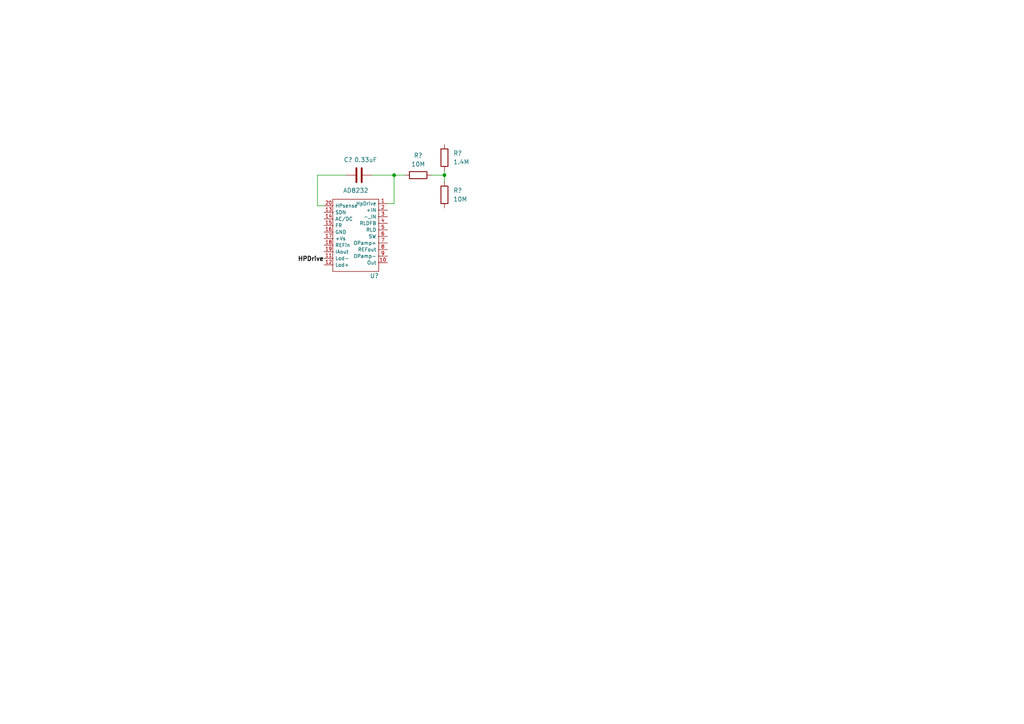
<source format=kicad_sch>
(kicad_sch (version 20211123) (generator eeschema)
  (paper "A4")
  (lib_symbols
    (symbol "Amplifiers:AD8232"
      (property "Reference" "U" (at 3.81 -19.685 0))
      (property "Value" "AD8232" (at 0 4.445 0))
      (symbol "AD8232_0_0"
        (pin passive line (at 6.985 1.905 180) (length 2.7) (name "HpDrive") (number "1"))
        (pin passive line (at 6.985 -15.24 180) (length 2.7) (name "Out") (number "10"))
        (pin passive line (at -11.43 -13.97 0) (length 2.7) (name "Lod-") (number "11"))
        (pin passive line (at -11.43 -15.875 0) (length 2.7) (name "Lod+") (number "12"))
        (pin passive line (at -11.43 -0.635 0) (length 2.7) (name "SDN") (number "13"))
        (pin passive line (at -11.43 -2.54 0) (length 2.7) (name "AC/DC") (number "14"))
        (pin passive line (at -11.43 -4.445 0) (length 2.7) (name "FR") (number "15"))
        (pin passive line (at -11.43 -6.35 0) (length 2.7) (name "GND") (number "16"))
        (pin passive line (at -11.43 -8.255 0) (length 2.7) (name "+Vs") (number "17"))
        (pin passive line (at -11.43 -10.16 0) (length 2.7) (name "REFin") (number "18"))
        (pin passive line (at -11.43 -12.065 0) (length 2.7) (name "IAout") (number "19"))
        (pin passive line (at 6.985 0 180) (length 2.7) (name "+IN") (number "2"))
        (pin passive line (at -11.43 1.27 0) (length 2.7) (name "HPsense") (number "20"))
        (pin passive line (at 6.985 -1.905 180) (length 2.7) (name "-_IN") (number "3"))
        (pin passive line (at 6.985 -3.81 180) (length 2.7) (name "RLDFB") (number "4"))
        (pin passive line (at 6.985 -5.715 180) (length 2.7) (name "RLD") (number "5"))
        (pin passive line (at 6.985 -7.62 180) (length 2.7) (name "SW") (number "6"))
        (pin passive line (at 6.985 -9.525 180) (length 2.7) (name "OPamp+") (number "7"))
        (pin passive line (at 6.985 -11.43 180) (length 2.7) (name "REFout") (number "8"))
        (pin passive line (at 6.985 -13.335 180) (length 2.7) (name "OPamp-") (number "9"))
      )
      (symbol "AD8232_0_1"
        (rectangle (start -8.89 3.175) (end 4.445 -17.78))
      )
    )
    (symbol "Device:C" (pin_numbers hide) (pin_names (offset 0.254))
      (property "Reference" "C" (at 0.635 2.54 0))
      (property "Value" "C" (at 0.635 -2.54 0))
      (symbol "C_0_1"
        (polyline (pts (xy -2.032 -0.762) (xy 2.032 -0.762)) (stroke (width 0.508)))
        (polyline (pts (xy -2.032 0.762) (xy 2.032 0.762)) (stroke (width 0.508)))
      )
      (symbol "C_1_1"
        (pin passive line (at 0 3.81 270) (length 2.794) (name "~") (number "1"))
        (pin passive line (at 0 -3.81 90) (length 2.794) (name "~") (number "2"))
      )
    )
    (symbol "Device:R" (pin_numbers hide) (pin_names (offset 0))
      (property "Reference" "R" (at 2.032 0 90))
      (property "Value" "R" (at 0 0 90))
      (symbol "R_0_1"
        (rectangle (start -1.016 -2.54) (end 1.016 2.54) (stroke (width 0.254)))
      )
      (symbol "R_1_1"
        (pin passive line (at 0 3.81 270) (length 1.27) (name "~") (number "1"))
        (pin passive line (at 0 -3.81 90) (length 1.27) (name "~") (number "2"))
      )
    )
  )
  (junction (at 128.905 50.8))
  (junction (at 114.3 50.8))
  (wire (pts (xy 107.95 50.8) (xy 114.3 50.8)))
  (wire (pts (xy 92.075 59.69) (xy 92.075 50.8)))
  (wire (pts (xy 114.3 50.8) (xy 117.475 50.8)))
  (wire (pts (xy 114.3 59.055) (xy 112.395 59.055)))
  (wire (pts (xy 93.98 59.69) (xy 92.075 59.69)))
  (wire (pts (xy 128.905 50.8) (xy 128.905 52.705)))
  (wire (pts (xy 114.3 50.8) (xy 114.3 59.055)))
  (wire (pts (xy 125.095 50.8) (xy 128.905 50.8)))
  (wire (pts (xy 92.075 50.8) (xy 100.33 50.8)))
  (wire (pts (xy 128.905 49.53) (xy 128.905 50.8)))
  (label "HPDrive" (at 93.98 76.2 180) (effects (font bold)))
  (symbol (lib_id "Device:R") (at 128.905 56.515 180) (unit 1)
    (property "Reference" "R?" (at 131.445 55.2449 0) (effects (justify right)))
    (property "Value" "10M" (at 131.445 57.7849 0) (effects (justify right)))
  )
  (symbol (lib_id "Device:C") (at 104.14 50.8 90) (unit 1)
    (property "Reference" "C?" (at 100.965 46.355 90))
    (property "Value" "0.33uF" (at 106.045 46.355 90))
  )
  (symbol (lib_id "Amplifiers:AD8232") (at 105.41 60.96 0) (unit 1)
    (property "Reference" "U?" (at 108.585 80.01 0))
    (property "Value" "AD8232" (at 103.1875 55.245 0))
  )
  (symbol (lib_id "Device:R") (at 121.285 50.8 90) (unit 1)
    (property "Reference" "R?" (at 121.285 45.085 90))
    (property "Value" "10M" (at 121.285 47.625 90))
  )
  (symbol (lib_id "Device:R") (at 128.905 45.72 180) (unit 1)
    (property "Reference" "R?" (at 131.445 44.4499 0) (effects (justify right)))
    (property "Value" "1.4M" (at 131.445 46.9899 0) (effects (justify right)))
  )
)
</source>
